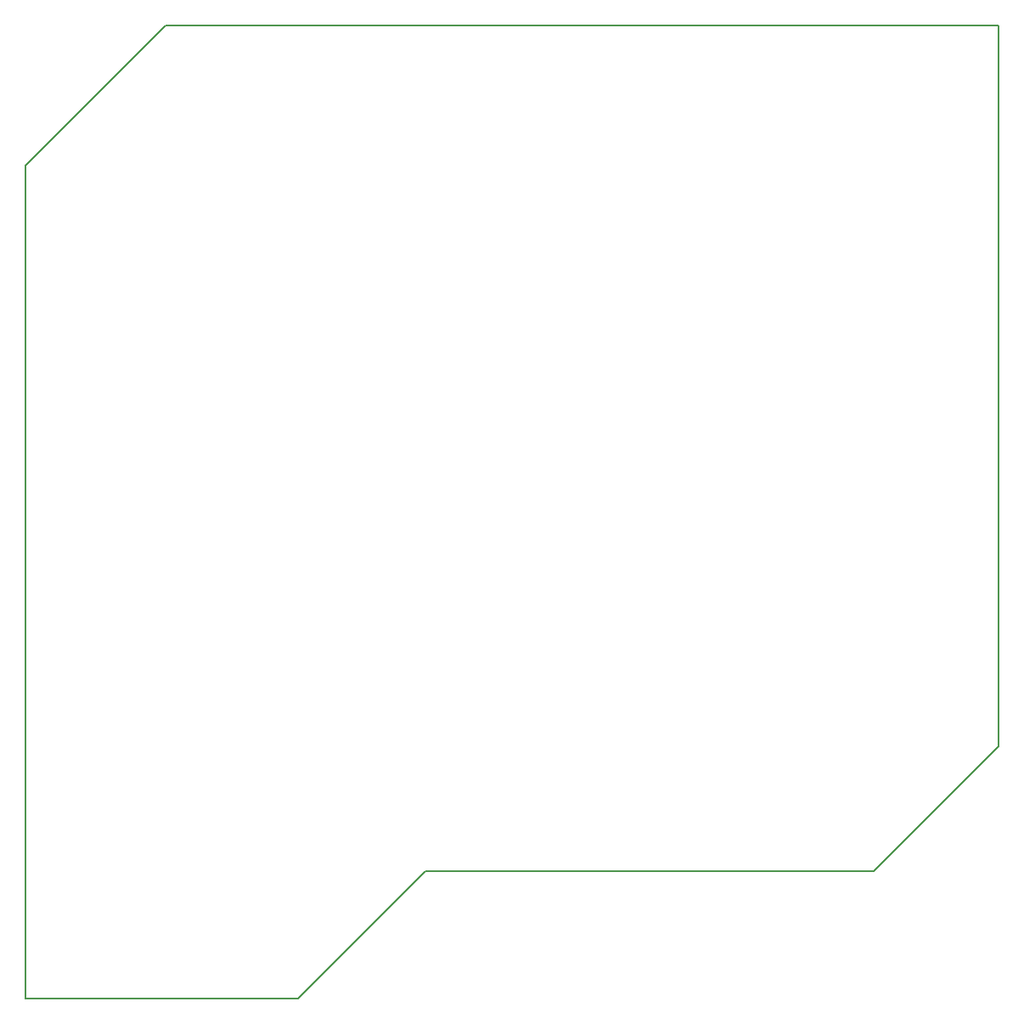
<source format=gm1>
G04 #@! TF.GenerationSoftware,KiCad,Pcbnew,(5.1.4-0-10_14)*
G04 #@! TF.CreationDate,2023-01-20T22:12:42+01:00*
G04 #@! TF.ProjectId,68000 Relocator FLASH Kickstart_Manual Route_DIP_Power Plan Split,36383030-3020-4526-956c-6f6361746f72,v1.0*
G04 #@! TF.SameCoordinates,Original*
G04 #@! TF.FileFunction,Profile,NP*
%FSLAX46Y46*%
G04 Gerber Fmt 4.6, Leading zero omitted, Abs format (unit mm)*
G04 Created by KiCad (PCBNEW (5.1.4-0-10_14)) date 2023-01-20 22:12:42*
%MOMM*%
%LPD*%
G04 APERTURE LIST*
%ADD10C,0.200000*%
G04 APERTURE END LIST*
D10*
X102743000Y-154813000D02*
X129921000Y-154813000D01*
X102743000Y-71755000D02*
X102743000Y-154813000D01*
X199771000Y-57785000D02*
X116713000Y-57785000D01*
X199771000Y-129667000D02*
X199771000Y-57785000D01*
X142621000Y-142113000D02*
X187325000Y-142113000D01*
X187325000Y-142113000D02*
X199771000Y-129667000D01*
X129921000Y-154813000D02*
X142621000Y-142113000D01*
X102743000Y-71755000D02*
X116713000Y-57785000D01*
M02*

</source>
